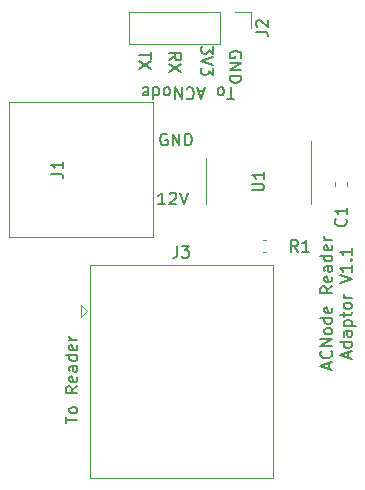
<source format=gbr>
%TF.GenerationSoftware,KiCad,Pcbnew,5.1.6-1.fc32*%
%TF.CreationDate,2020-09-22T21:16:30+01:00*%
%TF.ProjectId,ACNodeAdaptor,41434e6f-6465-4416-9461-70746f722e6b,rev?*%
%TF.SameCoordinates,Original*%
%TF.FileFunction,Legend,Top*%
%TF.FilePolarity,Positive*%
%FSLAX46Y46*%
G04 Gerber Fmt 4.6, Leading zero omitted, Abs format (unit mm)*
G04 Created by KiCad (PCBNEW 5.1.6-1.fc32) date 2020-09-22 21:16:30*
%MOMM*%
%LPD*%
G01*
G04 APERTURE LIST*
%ADD10C,0.150000*%
%ADD11C,0.120000*%
G04 APERTURE END LIST*
D10*
X156941666Y-100847619D02*
X156941666Y-100371428D01*
X157227380Y-100942857D02*
X156227380Y-100609523D01*
X157227380Y-100276190D01*
X157132142Y-99371428D02*
X157179761Y-99419047D01*
X157227380Y-99561904D01*
X157227380Y-99657142D01*
X157179761Y-99800000D01*
X157084523Y-99895238D01*
X156989285Y-99942857D01*
X156798809Y-99990476D01*
X156655952Y-99990476D01*
X156465476Y-99942857D01*
X156370238Y-99895238D01*
X156275000Y-99800000D01*
X156227380Y-99657142D01*
X156227380Y-99561904D01*
X156275000Y-99419047D01*
X156322619Y-99371428D01*
X157227380Y-98942857D02*
X156227380Y-98942857D01*
X157227380Y-98371428D01*
X156227380Y-98371428D01*
X157227380Y-97752380D02*
X157179761Y-97847619D01*
X157132142Y-97895238D01*
X157036904Y-97942857D01*
X156751190Y-97942857D01*
X156655952Y-97895238D01*
X156608333Y-97847619D01*
X156560714Y-97752380D01*
X156560714Y-97609523D01*
X156608333Y-97514285D01*
X156655952Y-97466666D01*
X156751190Y-97419047D01*
X157036904Y-97419047D01*
X157132142Y-97466666D01*
X157179761Y-97514285D01*
X157227380Y-97609523D01*
X157227380Y-97752380D01*
X157227380Y-96561904D02*
X156227380Y-96561904D01*
X157179761Y-96561904D02*
X157227380Y-96657142D01*
X157227380Y-96847619D01*
X157179761Y-96942857D01*
X157132142Y-96990476D01*
X157036904Y-97038095D01*
X156751190Y-97038095D01*
X156655952Y-96990476D01*
X156608333Y-96942857D01*
X156560714Y-96847619D01*
X156560714Y-96657142D01*
X156608333Y-96561904D01*
X157179761Y-95704761D02*
X157227380Y-95800000D01*
X157227380Y-95990476D01*
X157179761Y-96085714D01*
X157084523Y-96133333D01*
X156703571Y-96133333D01*
X156608333Y-96085714D01*
X156560714Y-95990476D01*
X156560714Y-95800000D01*
X156608333Y-95704761D01*
X156703571Y-95657142D01*
X156798809Y-95657142D01*
X156894047Y-96133333D01*
X157227380Y-93895238D02*
X156751190Y-94228571D01*
X157227380Y-94466666D02*
X156227380Y-94466666D01*
X156227380Y-94085714D01*
X156275000Y-93990476D01*
X156322619Y-93942857D01*
X156417857Y-93895238D01*
X156560714Y-93895238D01*
X156655952Y-93942857D01*
X156703571Y-93990476D01*
X156751190Y-94085714D01*
X156751190Y-94466666D01*
X157179761Y-93085714D02*
X157227380Y-93180952D01*
X157227380Y-93371428D01*
X157179761Y-93466666D01*
X157084523Y-93514285D01*
X156703571Y-93514285D01*
X156608333Y-93466666D01*
X156560714Y-93371428D01*
X156560714Y-93180952D01*
X156608333Y-93085714D01*
X156703571Y-93038095D01*
X156798809Y-93038095D01*
X156894047Y-93514285D01*
X157227380Y-92180952D02*
X156703571Y-92180952D01*
X156608333Y-92228571D01*
X156560714Y-92323809D01*
X156560714Y-92514285D01*
X156608333Y-92609523D01*
X157179761Y-92180952D02*
X157227380Y-92276190D01*
X157227380Y-92514285D01*
X157179761Y-92609523D01*
X157084523Y-92657142D01*
X156989285Y-92657142D01*
X156894047Y-92609523D01*
X156846428Y-92514285D01*
X156846428Y-92276190D01*
X156798809Y-92180952D01*
X157227380Y-91276190D02*
X156227380Y-91276190D01*
X157179761Y-91276190D02*
X157227380Y-91371428D01*
X157227380Y-91561904D01*
X157179761Y-91657142D01*
X157132142Y-91704761D01*
X157036904Y-91752380D01*
X156751190Y-91752380D01*
X156655952Y-91704761D01*
X156608333Y-91657142D01*
X156560714Y-91561904D01*
X156560714Y-91371428D01*
X156608333Y-91276190D01*
X157179761Y-90419047D02*
X157227380Y-90514285D01*
X157227380Y-90704761D01*
X157179761Y-90800000D01*
X157084523Y-90847619D01*
X156703571Y-90847619D01*
X156608333Y-90800000D01*
X156560714Y-90704761D01*
X156560714Y-90514285D01*
X156608333Y-90419047D01*
X156703571Y-90371428D01*
X156798809Y-90371428D01*
X156894047Y-90847619D01*
X157227380Y-89942857D02*
X156560714Y-89942857D01*
X156751190Y-89942857D02*
X156655952Y-89895238D01*
X156608333Y-89847619D01*
X156560714Y-89752380D01*
X156560714Y-89657142D01*
X158591666Y-99942857D02*
X158591666Y-99466666D01*
X158877380Y-100038095D02*
X157877380Y-99704761D01*
X158877380Y-99371428D01*
X158877380Y-98609523D02*
X157877380Y-98609523D01*
X158829761Y-98609523D02*
X158877380Y-98704761D01*
X158877380Y-98895238D01*
X158829761Y-98990476D01*
X158782142Y-99038095D01*
X158686904Y-99085714D01*
X158401190Y-99085714D01*
X158305952Y-99038095D01*
X158258333Y-98990476D01*
X158210714Y-98895238D01*
X158210714Y-98704761D01*
X158258333Y-98609523D01*
X158877380Y-97704761D02*
X158353571Y-97704761D01*
X158258333Y-97752380D01*
X158210714Y-97847619D01*
X158210714Y-98038095D01*
X158258333Y-98133333D01*
X158829761Y-97704761D02*
X158877380Y-97800000D01*
X158877380Y-98038095D01*
X158829761Y-98133333D01*
X158734523Y-98180952D01*
X158639285Y-98180952D01*
X158544047Y-98133333D01*
X158496428Y-98038095D01*
X158496428Y-97800000D01*
X158448809Y-97704761D01*
X158210714Y-97228571D02*
X159210714Y-97228571D01*
X158258333Y-97228571D02*
X158210714Y-97133333D01*
X158210714Y-96942857D01*
X158258333Y-96847619D01*
X158305952Y-96800000D01*
X158401190Y-96752380D01*
X158686904Y-96752380D01*
X158782142Y-96800000D01*
X158829761Y-96847619D01*
X158877380Y-96942857D01*
X158877380Y-97133333D01*
X158829761Y-97228571D01*
X158210714Y-96466666D02*
X158210714Y-96085714D01*
X157877380Y-96323809D02*
X158734523Y-96323809D01*
X158829761Y-96276190D01*
X158877380Y-96180952D01*
X158877380Y-96085714D01*
X158877380Y-95609523D02*
X158829761Y-95704761D01*
X158782142Y-95752380D01*
X158686904Y-95800000D01*
X158401190Y-95800000D01*
X158305952Y-95752380D01*
X158258333Y-95704761D01*
X158210714Y-95609523D01*
X158210714Y-95466666D01*
X158258333Y-95371428D01*
X158305952Y-95323809D01*
X158401190Y-95276190D01*
X158686904Y-95276190D01*
X158782142Y-95323809D01*
X158829761Y-95371428D01*
X158877380Y-95466666D01*
X158877380Y-95609523D01*
X158877380Y-94847619D02*
X158210714Y-94847619D01*
X158401190Y-94847619D02*
X158305952Y-94800000D01*
X158258333Y-94752380D01*
X158210714Y-94657142D01*
X158210714Y-94561904D01*
X157877380Y-93609523D02*
X158877380Y-93276190D01*
X157877380Y-92942857D01*
X158877380Y-92085714D02*
X158877380Y-92657142D01*
X158877380Y-92371428D02*
X157877380Y-92371428D01*
X158020238Y-92466666D01*
X158115476Y-92561904D01*
X158163095Y-92657142D01*
X158782142Y-91657142D02*
X158829761Y-91609523D01*
X158877380Y-91657142D01*
X158829761Y-91704761D01*
X158782142Y-91657142D01*
X158877380Y-91657142D01*
X158877380Y-90657142D02*
X158877380Y-91228571D01*
X158877380Y-90942857D02*
X157877380Y-90942857D01*
X158020238Y-91038095D01*
X158115476Y-91133333D01*
X158163095Y-91228571D01*
X134652380Y-105490476D02*
X134652380Y-104919047D01*
X135652380Y-105204761D02*
X134652380Y-105204761D01*
X135652380Y-104442857D02*
X135604761Y-104538095D01*
X135557142Y-104585714D01*
X135461904Y-104633333D01*
X135176190Y-104633333D01*
X135080952Y-104585714D01*
X135033333Y-104538095D01*
X134985714Y-104442857D01*
X134985714Y-104300000D01*
X135033333Y-104204761D01*
X135080952Y-104157142D01*
X135176190Y-104109523D01*
X135461904Y-104109523D01*
X135557142Y-104157142D01*
X135604761Y-104204761D01*
X135652380Y-104300000D01*
X135652380Y-104442857D01*
X135652380Y-102347619D02*
X135176190Y-102680952D01*
X135652380Y-102919047D02*
X134652380Y-102919047D01*
X134652380Y-102538095D01*
X134700000Y-102442857D01*
X134747619Y-102395238D01*
X134842857Y-102347619D01*
X134985714Y-102347619D01*
X135080952Y-102395238D01*
X135128571Y-102442857D01*
X135176190Y-102538095D01*
X135176190Y-102919047D01*
X135604761Y-101538095D02*
X135652380Y-101633333D01*
X135652380Y-101823809D01*
X135604761Y-101919047D01*
X135509523Y-101966666D01*
X135128571Y-101966666D01*
X135033333Y-101919047D01*
X134985714Y-101823809D01*
X134985714Y-101633333D01*
X135033333Y-101538095D01*
X135128571Y-101490476D01*
X135223809Y-101490476D01*
X135319047Y-101966666D01*
X135652380Y-100633333D02*
X135128571Y-100633333D01*
X135033333Y-100680952D01*
X134985714Y-100776190D01*
X134985714Y-100966666D01*
X135033333Y-101061904D01*
X135604761Y-100633333D02*
X135652380Y-100728571D01*
X135652380Y-100966666D01*
X135604761Y-101061904D01*
X135509523Y-101109523D01*
X135414285Y-101109523D01*
X135319047Y-101061904D01*
X135271428Y-100966666D01*
X135271428Y-100728571D01*
X135223809Y-100633333D01*
X135652380Y-99728571D02*
X134652380Y-99728571D01*
X135604761Y-99728571D02*
X135652380Y-99823809D01*
X135652380Y-100014285D01*
X135604761Y-100109523D01*
X135557142Y-100157142D01*
X135461904Y-100204761D01*
X135176190Y-100204761D01*
X135080952Y-100157142D01*
X135033333Y-100109523D01*
X134985714Y-100014285D01*
X134985714Y-99823809D01*
X135033333Y-99728571D01*
X135604761Y-98871428D02*
X135652380Y-98966666D01*
X135652380Y-99157142D01*
X135604761Y-99252380D01*
X135509523Y-99300000D01*
X135128571Y-99300000D01*
X135033333Y-99252380D01*
X134985714Y-99157142D01*
X134985714Y-98966666D01*
X135033333Y-98871428D01*
X135128571Y-98823809D01*
X135223809Y-98823809D01*
X135319047Y-99300000D01*
X135652380Y-98395238D02*
X134985714Y-98395238D01*
X135176190Y-98395238D02*
X135080952Y-98347619D01*
X135033333Y-98300000D01*
X134985714Y-98204761D01*
X134985714Y-98109523D01*
X143080952Y-86952380D02*
X142509523Y-86952380D01*
X142795238Y-86952380D02*
X142795238Y-85952380D01*
X142700000Y-86095238D01*
X142604761Y-86190476D01*
X142509523Y-86238095D01*
X143461904Y-86047619D02*
X143509523Y-86000000D01*
X143604761Y-85952380D01*
X143842857Y-85952380D01*
X143938095Y-86000000D01*
X143985714Y-86047619D01*
X144033333Y-86142857D01*
X144033333Y-86238095D01*
X143985714Y-86380952D01*
X143414285Y-86952380D01*
X144033333Y-86952380D01*
X144319047Y-85952380D02*
X144652380Y-86952380D01*
X144985714Y-85952380D01*
X143238095Y-81000000D02*
X143142857Y-80952380D01*
X143000000Y-80952380D01*
X142857142Y-81000000D01*
X142761904Y-81095238D01*
X142714285Y-81190476D01*
X142666666Y-81380952D01*
X142666666Y-81523809D01*
X142714285Y-81714285D01*
X142761904Y-81809523D01*
X142857142Y-81904761D01*
X143000000Y-81952380D01*
X143095238Y-81952380D01*
X143238095Y-81904761D01*
X143285714Y-81857142D01*
X143285714Y-81523809D01*
X143095238Y-81523809D01*
X143714285Y-81952380D02*
X143714285Y-80952380D01*
X144285714Y-81952380D01*
X144285714Y-80952380D01*
X144761904Y-81952380D02*
X144761904Y-80952380D01*
X145000000Y-80952380D01*
X145142857Y-81000000D01*
X145238095Y-81095238D01*
X145285714Y-81190476D01*
X145333333Y-81380952D01*
X145333333Y-81523809D01*
X145285714Y-81714285D01*
X145238095Y-81809523D01*
X145142857Y-81904761D01*
X145000000Y-81952380D01*
X144761904Y-81952380D01*
X148904761Y-78047619D02*
X148333333Y-78047619D01*
X148619047Y-77047619D02*
X148619047Y-78047619D01*
X147857142Y-77047619D02*
X147952380Y-77095238D01*
X148000000Y-77142857D01*
X148047619Y-77238095D01*
X148047619Y-77523809D01*
X148000000Y-77619047D01*
X147952380Y-77666666D01*
X147857142Y-77714285D01*
X147714285Y-77714285D01*
X147619047Y-77666666D01*
X147571428Y-77619047D01*
X147523809Y-77523809D01*
X147523809Y-77238095D01*
X147571428Y-77142857D01*
X147619047Y-77095238D01*
X147714285Y-77047619D01*
X147857142Y-77047619D01*
X146380952Y-77333333D02*
X145904761Y-77333333D01*
X146476190Y-77047619D02*
X146142857Y-78047619D01*
X145809523Y-77047619D01*
X144904761Y-77142857D02*
X144952380Y-77095238D01*
X145095238Y-77047619D01*
X145190476Y-77047619D01*
X145333333Y-77095238D01*
X145428571Y-77190476D01*
X145476190Y-77285714D01*
X145523809Y-77476190D01*
X145523809Y-77619047D01*
X145476190Y-77809523D01*
X145428571Y-77904761D01*
X145333333Y-78000000D01*
X145190476Y-78047619D01*
X145095238Y-78047619D01*
X144952380Y-78000000D01*
X144904761Y-77952380D01*
X144476190Y-77047619D02*
X144476190Y-78047619D01*
X143904761Y-77047619D01*
X143904761Y-78047619D01*
X143285714Y-77047619D02*
X143380952Y-77095238D01*
X143428571Y-77142857D01*
X143476190Y-77238095D01*
X143476190Y-77523809D01*
X143428571Y-77619047D01*
X143380952Y-77666666D01*
X143285714Y-77714285D01*
X143142857Y-77714285D01*
X143047619Y-77666666D01*
X143000000Y-77619047D01*
X142952380Y-77523809D01*
X142952380Y-77238095D01*
X143000000Y-77142857D01*
X143047619Y-77095238D01*
X143142857Y-77047619D01*
X143285714Y-77047619D01*
X142095238Y-77047619D02*
X142095238Y-78047619D01*
X142095238Y-77095238D02*
X142190476Y-77047619D01*
X142380952Y-77047619D01*
X142476190Y-77095238D01*
X142523809Y-77142857D01*
X142571428Y-77238095D01*
X142571428Y-77523809D01*
X142523809Y-77619047D01*
X142476190Y-77666666D01*
X142380952Y-77714285D01*
X142190476Y-77714285D01*
X142095238Y-77666666D01*
X141238095Y-77095238D02*
X141333333Y-77047619D01*
X141523809Y-77047619D01*
X141619047Y-77095238D01*
X141666666Y-77190476D01*
X141666666Y-77571428D01*
X141619047Y-77666666D01*
X141523809Y-77714285D01*
X141333333Y-77714285D01*
X141238095Y-77666666D01*
X141190476Y-77571428D01*
X141190476Y-77476190D01*
X141666666Y-77380952D01*
X143447619Y-74733333D02*
X143923809Y-74400000D01*
X143447619Y-74161904D02*
X144447619Y-74161904D01*
X144447619Y-74542857D01*
X144400000Y-74638095D01*
X144352380Y-74685714D01*
X144257142Y-74733333D01*
X144114285Y-74733333D01*
X144019047Y-74685714D01*
X143971428Y-74638095D01*
X143923809Y-74542857D01*
X143923809Y-74161904D01*
X144447619Y-75066666D02*
X143447619Y-75733333D01*
X144447619Y-75733333D02*
X143447619Y-75066666D01*
X141847619Y-74038095D02*
X141847619Y-74609523D01*
X140847619Y-74323809D02*
X141847619Y-74323809D01*
X141847619Y-74847619D02*
X140847619Y-75514285D01*
X141847619Y-75514285D02*
X140847619Y-74847619D01*
X147147619Y-73561904D02*
X147147619Y-74180952D01*
X146766666Y-73847619D01*
X146766666Y-73990476D01*
X146719047Y-74085714D01*
X146671428Y-74133333D01*
X146576190Y-74180952D01*
X146338095Y-74180952D01*
X146242857Y-74133333D01*
X146195238Y-74085714D01*
X146147619Y-73990476D01*
X146147619Y-73704761D01*
X146195238Y-73609523D01*
X146242857Y-73561904D01*
X147147619Y-74466666D02*
X146147619Y-74800000D01*
X147147619Y-75133333D01*
X147147619Y-75371428D02*
X147147619Y-75990476D01*
X146766666Y-75657142D01*
X146766666Y-75800000D01*
X146719047Y-75895238D01*
X146671428Y-75942857D01*
X146576190Y-75990476D01*
X146338095Y-75990476D01*
X146242857Y-75942857D01*
X146195238Y-75895238D01*
X146147619Y-75800000D01*
X146147619Y-75514285D01*
X146195238Y-75419047D01*
X146242857Y-75371428D01*
X149500000Y-74538095D02*
X149547619Y-74442857D01*
X149547619Y-74300000D01*
X149500000Y-74157142D01*
X149404761Y-74061904D01*
X149309523Y-74014285D01*
X149119047Y-73966666D01*
X148976190Y-73966666D01*
X148785714Y-74014285D01*
X148690476Y-74061904D01*
X148595238Y-74157142D01*
X148547619Y-74300000D01*
X148547619Y-74395238D01*
X148595238Y-74538095D01*
X148642857Y-74585714D01*
X148976190Y-74585714D01*
X148976190Y-74395238D01*
X148547619Y-75014285D02*
X149547619Y-75014285D01*
X148547619Y-75585714D01*
X149547619Y-75585714D01*
X148547619Y-76061904D02*
X149547619Y-76061904D01*
X149547619Y-76300000D01*
X149500000Y-76442857D01*
X149404761Y-76538095D01*
X149309523Y-76585714D01*
X149119047Y-76633333D01*
X148976190Y-76633333D01*
X148785714Y-76585714D01*
X148690476Y-76538095D01*
X148595238Y-76442857D01*
X148547619Y-76300000D01*
X148547619Y-76061904D01*
D11*
%TO.C,J1*%
X142050000Y-78300000D02*
X142050000Y-89700000D01*
X142050000Y-89700000D02*
X129900000Y-89700000D01*
X129900000Y-89700000D02*
X129900000Y-78300000D01*
X129900000Y-78300000D02*
X142050000Y-78300000D01*
%TO.C,U1*%
X146565000Y-85000000D02*
X146565000Y-86950000D01*
X146565000Y-85000000D02*
X146565000Y-83050000D01*
X155435000Y-85000000D02*
X155435000Y-86950000D01*
X155435000Y-85000000D02*
X155435000Y-81550000D01*
%TO.C,R1*%
X151662779Y-91010000D02*
X151337221Y-91010000D01*
X151662779Y-89990000D02*
X151337221Y-89990000D01*
%TO.C,J3*%
X136000000Y-96500000D02*
X136500000Y-96000000D01*
X136000000Y-95500000D02*
X136000000Y-96500000D01*
X136500000Y-96000000D02*
X136000000Y-95500000D01*
X136685000Y-110080000D02*
X152205000Y-110080000D01*
X152205000Y-92120000D02*
X152205000Y-110080000D01*
X152205000Y-92120000D02*
X136685000Y-92120000D01*
X136685000Y-92120000D02*
X136685000Y-110080000D01*
%TO.C,J2*%
X140050000Y-70670000D02*
X140050000Y-73330000D01*
X147730000Y-70670000D02*
X140050000Y-70670000D01*
X147730000Y-73330000D02*
X140050000Y-73330000D01*
X147730000Y-70670000D02*
X147730000Y-73330000D01*
X149000000Y-70670000D02*
X150330000Y-70670000D01*
X150330000Y-70670000D02*
X150330000Y-72000000D01*
%TO.C,C1*%
X157490000Y-85375279D02*
X157490000Y-85049721D01*
X158510000Y-85375279D02*
X158510000Y-85049721D01*
%TO.C,J1*%
D10*
X133452380Y-84333333D02*
X134166666Y-84333333D01*
X134309523Y-84380952D01*
X134404761Y-84476190D01*
X134452380Y-84619047D01*
X134452380Y-84714285D01*
X134452380Y-83333333D02*
X134452380Y-83904761D01*
X134452380Y-83619047D02*
X133452380Y-83619047D01*
X133595238Y-83714285D01*
X133690476Y-83809523D01*
X133738095Y-83904761D01*
%TO.C,U1*%
X150452380Y-85761904D02*
X151261904Y-85761904D01*
X151357142Y-85714285D01*
X151404761Y-85666666D01*
X151452380Y-85571428D01*
X151452380Y-85380952D01*
X151404761Y-85285714D01*
X151357142Y-85238095D01*
X151261904Y-85190476D01*
X150452380Y-85190476D01*
X151452380Y-84190476D02*
X151452380Y-84761904D01*
X151452380Y-84476190D02*
X150452380Y-84476190D01*
X150595238Y-84571428D01*
X150690476Y-84666666D01*
X150738095Y-84761904D01*
%TO.C,R1*%
X154333333Y-90952380D02*
X154000000Y-90476190D01*
X153761904Y-90952380D02*
X153761904Y-89952380D01*
X154142857Y-89952380D01*
X154238095Y-90000000D01*
X154285714Y-90047619D01*
X154333333Y-90142857D01*
X154333333Y-90285714D01*
X154285714Y-90380952D01*
X154238095Y-90428571D01*
X154142857Y-90476190D01*
X153761904Y-90476190D01*
X155285714Y-90952380D02*
X154714285Y-90952380D01*
X155000000Y-90952380D02*
X155000000Y-89952380D01*
X154904761Y-90095238D01*
X154809523Y-90190476D01*
X154714285Y-90238095D01*
%TO.C,J3*%
X144111666Y-90452380D02*
X144111666Y-91166666D01*
X144064047Y-91309523D01*
X143968809Y-91404761D01*
X143825952Y-91452380D01*
X143730714Y-91452380D01*
X144492619Y-90452380D02*
X145111666Y-90452380D01*
X144778333Y-90833333D01*
X144921190Y-90833333D01*
X145016428Y-90880952D01*
X145064047Y-90928571D01*
X145111666Y-91023809D01*
X145111666Y-91261904D01*
X145064047Y-91357142D01*
X145016428Y-91404761D01*
X144921190Y-91452380D01*
X144635476Y-91452380D01*
X144540238Y-91404761D01*
X144492619Y-91357142D01*
%TO.C,J2*%
X150782380Y-72333333D02*
X151496666Y-72333333D01*
X151639523Y-72380952D01*
X151734761Y-72476190D01*
X151782380Y-72619047D01*
X151782380Y-72714285D01*
X150877619Y-71904761D02*
X150830000Y-71857142D01*
X150782380Y-71761904D01*
X150782380Y-71523809D01*
X150830000Y-71428571D01*
X150877619Y-71380952D01*
X150972857Y-71333333D01*
X151068095Y-71333333D01*
X151210952Y-71380952D01*
X151782380Y-71952380D01*
X151782380Y-71333333D01*
%TO.C,C1*%
X158357142Y-88166666D02*
X158404761Y-88214285D01*
X158452380Y-88357142D01*
X158452380Y-88452380D01*
X158404761Y-88595238D01*
X158309523Y-88690476D01*
X158214285Y-88738095D01*
X158023809Y-88785714D01*
X157880952Y-88785714D01*
X157690476Y-88738095D01*
X157595238Y-88690476D01*
X157500000Y-88595238D01*
X157452380Y-88452380D01*
X157452380Y-88357142D01*
X157500000Y-88214285D01*
X157547619Y-88166666D01*
X158452380Y-87214285D02*
X158452380Y-87785714D01*
X158452380Y-87500000D02*
X157452380Y-87500000D01*
X157595238Y-87595238D01*
X157690476Y-87690476D01*
X157738095Y-87785714D01*
%TD*%
M02*

</source>
